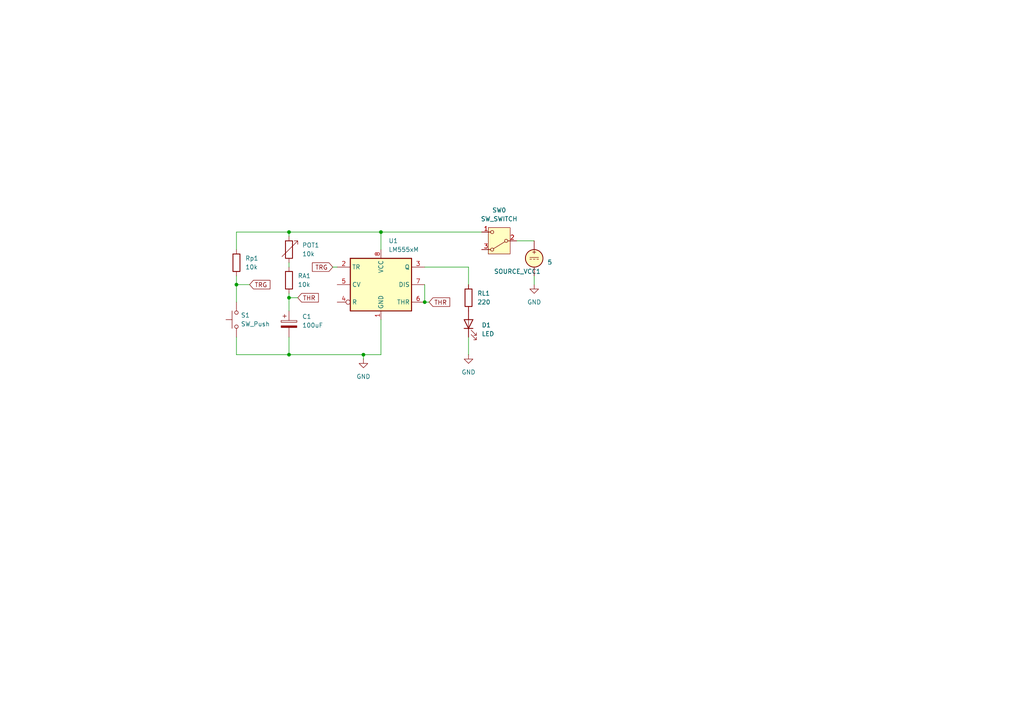
<source format=kicad_sch>
(kicad_sch (version 20250114) (generator "eeschema") (generator_version "9.0")
  (paper "A4")
  (lib_symbols
    (symbol "Device:C_Polarized" (pin_numbers (hide yes)) (pin_names (offset 0.254))
      (property "Reference" "C" (at 0.635 2.54 0))
      (property "Value" "C_Polarized" (at 0.635 -2.54 0))
      (symbol "C_Polarized_0_1"
        (rectangle (start -2.286 0.508) (end 2.286 1.016))
        (polyline (pts (xy -1.778 2.286) (xy -0.762 2.286)))
        (polyline (pts (xy -1.27 2.794) (xy -1.27 1.778)))
        (rectangle (start 2.286 -0.508) (end -2.286 -1.016) (fill (type outline)))
      )
      (symbol "C_Polarized_1_1"
        (pin passive line (at 0 3.81 270) (length 2.794) (name "~") (number "1"))
        (pin passive line (at 0 -3.81 90) (length 2.794) (name "~") (number "2"))
      )
    )
    (symbol "Device:LED" (pin_numbers (hide yes)) (pin_names (offset 1.016) (hide yes))
      (property "Reference" "D" (at 0 2.54 0))
      (property "Value" "LED" (at 0 -2.54 0))
      (symbol "LED_0_1"
        (polyline (pts (xy -3.048 -0.762) (xy -4.572 -2.286) (xy -3.81 -2.286) (xy -4.572 -2.286) (xy -4.572 -1.524)))
        (polyline (pts (xy -1.778 -0.762) (xy -3.302 -2.286) (xy -2.54 -2.286) (xy -3.302 -2.286) (xy -3.302 -1.524)))
        (polyline (pts (xy -1.27 0) (xy 1.27 0)))
        (polyline (pts (xy -1.27 -1.27) (xy -1.27 1.27)) (stroke (width 0.254)))
        (polyline (pts (xy 1.27 -1.27) (xy 1.27 1.27) (xy -1.27 0) (xy 1.27 -1.27)) (stroke (width 0.254)))
      )
      (symbol "LED_1_1"
        (pin passive line (at -3.81 0 0) (length 2.54) (name "K") (number "1"))
        (pin passive line (at 3.81 0 180) (length 2.54) (name "A") (number "2"))
      )
    )
    (symbol "Device:R" (pin_numbers (hide yes)) (pin_names (offset 0))
      (property "Reference" "R" (at 2.032 0 90))
      (property "Value" "R" (at 0 0 90))
      (symbol "R_0_1"
        (rectangle (start -1.016 -2.54) (end 1.016 2.54) (stroke (width 0.254)))
      )
      (symbol "R_1_1"
        (pin passive line (at 0 3.81 270) (length 1.27) (name "~") (number "1"))
        (pin passive line (at 0 -3.81 90) (length 1.27) (name "~") (number "2"))
      )
    )
    (symbol "Device:R_Variable" (pin_numbers (hide yes)) (pin_names (offset 0))
      (property "Reference" "R" (at 2.54 -2.54 90))
      (property "Value" "R_Variable" (at -2.54 -1.27 90))
      (symbol "R_Variable_0_1"
        (rectangle (start -1.016 -2.54) (end 1.016 2.54) (stroke (width 0.254)))
        (polyline (pts (xy 2.54 1.524) (xy 2.54 2.54) (xy 1.524 2.54) (xy 2.54 2.54) (xy -2.032 -2.032)))
      )
      (symbol "R_Variable_1_1"
        (pin passive line (at 0 3.81 270) (length 1.27) (name "~") (number "1"))
        (pin passive line (at 0 -3.81 90) (length 1.27) (name "~") (number "2"))
      )
    )
    (symbol "Simulation_SPICE:VDC" (pin_numbers (hide yes)) (pin_names (offset 0.0254))
      (property "Reference" "V" (at 2.54 2.54 0))
      (property "Value" "1" (at 2.54 0 0))
      (symbol "VDC_0_0"
        (polyline (pts (xy -1.27 0.254) (xy 1.27 0.254)))
        (polyline (pts (xy -0.762 -0.254) (xy -1.27 -0.254)))
        (polyline (pts (xy 0.254 -0.254) (xy -0.254 -0.254)))
        (polyline (pts (xy 1.27 -0.254) (xy 0.762 -0.254)))
        (text "+" (at 0 1.905 0) (effects (font (size 1.27 1.27))))
      )
      (symbol "VDC_0_1"
        (circle (center 0 0) (radius 2.54) (stroke (width 0.254)) (fill (type background)))
      )
      (symbol "VDC_1_1"
        (pin passive line (at 0 5.08 270) (length 2.54) (name "~") (number "1"))
        (pin passive line (at 0 -5.08 90) (length 2.54) (name "~") (number "2"))
      )
    )
    (symbol "Switch:SW_Push" (pin_numbers (hide yes)) (pin_names (offset 1.016) (hide yes))
      (property "Reference" "SW" (at 1.27 2.54 0))
      (property "Value" "SW_Push" (at 0 -1.524 0))
      (symbol "SW_Push_0_1"
        (circle (center -2.032 0) (radius 0.508))
        (polyline (pts (xy 0 1.27) (xy 0 3.048)))
        (circle (center 2.032 0) (radius 0.508))
        (polyline (pts (xy 2.54 1.27) (xy -2.54 1.27)))
        (pin passive line (at -5.08 0 0) (length 2.54) (name "1") (number "1"))
        (pin passive line (at 5.08 0 180) (length 2.54) (name "2") (number "2"))
      )
    )
    (symbol "Switch:SW_SPDT_321" (pin_names (offset 1) (hide yes))
      (property "Reference" "SW" (at 0 5.08 0))
      (property "Value" "SW_SPDT_321" (at 0 -5.08 0))
      (symbol "SW_SPDT_321_0_1"
        (circle (center -2.032 0) (radius 0.4572))
        (polyline (pts (xy -1.651 0.254) (xy 1.651 2.286)))
        (circle (center 2.032 2.54) (radius 0.4572))
        (circle (center 2.032 -2.54) (radius 0.4572))
      )
      (symbol "SW_SPDT_321_1_1"
        (rectangle (start -3.175 3.81) (end 3.175 -3.81) (fill (type background)))
        (pin passive line (at -5.08 0 0) (length 2.54) (name "B") (number "2"))
        (pin passive line (at 5.08 2.54 180) (length 2.54) (name "A") (number "3"))
        (pin passive line (at 5.08 -2.54 180) (length 2.54) (name "C") (number "1"))
      )
    )
    (symbol "Timer:LM555xM"
      (property "Reference" "U" (at -10.16 8.89 0))
      (property "Value" "LM555xM" (at 2.54 8.89 0))
      (symbol "LM555xM_0_0"
        (pin power_in line (at 0 10.16 270) (length 2.54) (name "VCC") (number "8"))
        (pin power_in line (at 0 -10.16 90) (length 2.54) (name "GND") (number "1"))
      )
      (symbol "LM555xM_0_1"
        (rectangle (start -8.89 -7.62) (end 8.89 7.62) (stroke (width 0.254)) (fill (type background)))
        (rectangle (start -8.89 -7.62) (end 8.89 7.62) (stroke (width 0.254)) (fill (type background)))
      )
      (symbol "LM555xM_1_1"
        (pin input line (at -12.7 5.08 0) (length 3.81) (name "TR") (number "2"))
        (pin input line (at -12.7 0 0) (length 3.81) (name "CV") (number "5"))
        (pin input inverted (at -12.7 -5.08 0) (length 3.81) (name "R") (number "4"))
        (pin output line (at 12.7 5.08 180) (length 3.81) (name "Q") (number "3"))
        (pin input line (at 12.7 0 180) (length 3.81) (name "DIS") (number "7"))
        (pin input line (at 12.7 -5.08 180) (length 3.81) (name "THR") (number "6"))
      )
    )
    (symbol "power:GND" (power) (pin_numbers (hide yes)) (pin_names (offset 0) (hide yes))
      (property "Value" "GND" (at 0 -3.81 0))
      (symbol "GND_0_1"
        (polyline (pts (xy 0 0) (xy 0 -1.27) (xy 1.27 -1.27) (xy 0 -2.54) (xy -1.27 -1.27) (xy 0 -1.27)))
      )
      (symbol "GND_1_1"
        (pin power_in line (at 0 0 270) (length 0) (name "~") (number "1"))
      )
    )
  )
  (junction (at 110.49 67.31))
  (junction (at 83.82 102.87))
  (junction (at 68.58 82.55))
  (junction (at 83.82 86.36))
  (junction (at 123.19 87.63))
  (junction (at 83.82 67.31))
  (junction (at 105.41 102.87))
  (wire (pts (xy 86.36 86.36) (xy 83.82 86.36)))
  (wire (pts (xy 105.41 104.14) (xy 105.41 102.87)))
  (wire (pts (xy 110.49 67.31) (xy 139.7 67.31)))
  (wire (pts (xy 83.82 67.31) (xy 83.82 68.58)))
  (wire (pts (xy 83.82 97.79) (xy 83.82 102.87)))
  (wire (pts (xy 72.39 82.55) (xy 68.58 82.55)))
  (wire (pts (xy 123.19 87.63) (xy 124.46 87.63)))
  (wire (pts (xy 135.89 97.79) (xy 135.89 102.87)))
  (wire (pts (xy 68.58 80.01) (xy 68.58 82.55)))
  (wire (pts (xy 68.58 67.31) (xy 83.82 67.31)))
  (wire (pts (xy 83.82 102.87) (xy 105.41 102.87)))
  (wire (pts (xy 83.82 86.36) (xy 83.82 90.17)))
  (wire (pts (xy 68.58 97.79) (xy 68.58 102.87)))
  (wire (pts (xy 105.41 102.87) (xy 110.49 102.87)))
  (wire (pts (xy 154.94 80.01) (xy 154.94 82.55)))
  (wire (pts (xy 83.82 76.2) (xy 83.82 77.47)))
  (wire (pts (xy 68.58 82.55) (xy 68.58 87.63)))
  (wire (pts (xy 83.82 67.31) (xy 110.49 67.31)))
  (wire (pts (xy 68.58 72.39) (xy 68.58 67.31)))
  (wire (pts (xy 83.82 86.36) (xy 83.82 85.09)))
  (wire (pts (xy 110.49 92.71) (xy 110.49 102.87)))
  (wire (pts (xy 110.49 67.31) (xy 110.49 72.39)))
  (wire (pts (xy 123.19 77.47) (xy 135.89 77.47)))
  (wire (pts (xy 97.79 77.47) (xy 96.52 77.47)))
  (wire (pts (xy 123.19 82.55) (xy 123.19 87.63)))
  (wire (pts (xy 68.58 102.87) (xy 83.82 102.87)))
  (wire (pts (xy 149.86 69.85) (xy 154.94 69.85)))
  (wire (pts (xy 135.89 82.55) (xy 135.89 77.47)))
  (global_label "THR" (shape input) (at 86.36 86.36 0) (property "Intersheetrefs" "${INTERSHEET_REFS}" (effects (hide yes))))
  (global_label "THR" (shape input) (at 124.46 87.63 0) (property "Intersheetrefs" "${INTERSHEET_REFS}" (effects (hide yes))))
  (global_label "TRG" (shape input) (at 96.52 77.47 180) (property "Intersheetrefs" "${INTERSHEET_REFS}" (effects (hide yes))))
  (global_label "TRG" (shape input) (at 72.39 82.55 0) (property "Intersheetrefs" "${INTERSHEET_REFS}" (effects (hide yes))))
  (symbol (lib_id "Device:R_Variable") (at 83.82 72.39 0) (unit 1)
    (property "Reference" "POT1" (at 87.63 71.1199 0) (effects (justify left)))
    (property "Value" "10k" (at 87.63 73.6599 0) (effects (justify left)))
    (property "Description" "Variable resistor" (effects (hide yes)))
  )
  (symbol (lib_id "Timer:LM555xM") (at 110.49 82.55 0) (unit 1)
    (property "Reference" "U1" (at 112.6841 69.85 0) (effects (justify left)))
    (property "Value" "LM555xM" (at 112.6841 72.39 0) (effects (justify left)))
    (property "Footprint" "Package_DIP:DIP-8_W7.62mm_Socket_LongPads" (effects (hide yes)))
    (property "Datasheet" "http://www.ti.com/lit/ds/symlink/lm555.pdf" (effects (hide yes)))
    (property "Description" "Timer, 555 compatible, SOIC-8" (effects (hide yes)))
  )
  (symbol (lib_id "Device:LED") (at 135.89 93.98 90) (unit 1)
    (property "Reference" "D1" (at 139.7 94.2974 90) (effects (justify right)))
    (property "Value" "LED" (at 139.7 96.8374 90) (effects (justify right)))
    (property "Footprint" "LED_THT:LED_D5.0mm" (effects (hide yes)))
    (property "Description" "Light emitting diode" (effects (hide yes)))
    (property "Sim.Pins" "1=K 2=A" (effects (hide yes)))
  )
  (symbol (lib_id "Switch:SW_SPDT_321") (at 144.78 69.85 180) (unit 1)
    (property "Reference" "SW0" (at 144.78 60.96 0))
    (property "Value" "SW_SWITCH" (at 144.78 63.5 0))
    (property "Footprint" "TerminalBlock:TerminalBlock_MaiXu_MX126-5.0-03P_1x03_P5.00mm" (effects (hide yes)))
    (property "Description" "Switch, single pole double throw" (effects (hide yes)))
  )
  (symbol (lib_id "Device:C_Polarized") (at 83.82 93.98 0) (unit 1)
    (property "Reference" "C1" (at 87.63 91.8209 0) (effects (justify left)))
    (property "Value" "100uF" (at 87.63 94.3609 0) (effects (justify left)))
    (property "Footprint" "Capacitor_THT:CP_Radial_D10.0mm_P7.50mm" (effects (hide yes)))
    (property "Description" "Polarized capacitor" (effects (hide yes)))
  )
  (symbol (lib_id "Device:R") (at 83.82 81.28 0) (unit 1)
    (property "Reference" "RA1" (at 86.36 80.0099 0) (effects (justify left)))
    (property "Value" "10k" (at 86.36 82.5499 0) (effects (justify left)))
    (property "Footprint" "Resistor_THT:R_Axial_DIN0207_L6.3mm_D2.5mm_P7.62mm_Horizontal" (effects (hide yes)))
    (property "Description" "Resistor" (effects (hide yes)))
  )
  (symbol (lib_id "power:GND") (at 154.94 82.55 0) (unit 1)
    (property "Reference" "#PWR02" (effects (hide yes)))
    (property "Value" "GND" (at 154.94 87.63 0))
    (property "Description" "Power symbol creates a global label with name \"GND\" , ground" (effects (hide yes)))
  )
  (symbol (lib_id "Switch:SW_Push") (at 68.58 92.71 90) (unit 1)
    (property "Reference" "S1" (at 69.85 91.4399 90) (effects (justify right)))
    (property "Value" "SW_Push" (at 69.85 93.9799 90) (effects (justify right)))
    (property "Footprint" "Button_Switch_THT:SW_PUSH_6mm_H5mm" (effects (hide yes)))
    (property "Description" "Push button switch, generic, two pins" (effects (hide yes)))
  )
  (symbol (lib_id "power:GND") (at 135.89 102.87 0) (unit 1)
    (property "Reference" "#PWR03" (effects (hide yes)))
    (property "Value" "GND" (at 135.89 107.95 0))
    (property "Description" "Power symbol creates a global label with name \"GND\" , ground" (effects (hide yes)))
  )
  (symbol (lib_id "power:GND") (at 105.41 104.14 0) (unit 1)
    (property "Reference" "#PWR01" (effects (hide yes)))
    (property "Value" "GND" (at 105.41 109.22 0))
    (property "Description" "Power symbol creates a global label with name \"GND\" , ground" (effects (hide yes)))
  )
  (symbol (lib_id "Simulation_SPICE:VDC") (at 154.94 74.93 0) (unit 1)
    (property "Reference" "SOURCE_VCC1" (at 143.256 78.74 0) (effects (justify left)))
    (property "Value" "5" (at 158.75 76.0701 0) (effects (justify left)))
    (property "Footprint" "Connector_AMASS:AMASS_XT30U-M_1x02_P5.0mm_Vertical" (effects (hide yes)))
    (property "Datasheet" "https://ngspice.sourceforge.io/docs/ngspice-html-manual/manual.xhtml#sec_Independent_Sources_for" (effects (hide yes)))
    (property "Description" "Voltage source, DC" (effects (hide yes)))
    (property "Sim.Pins" "1=+ 2=-" (effects (hide yes)))
    (property "Sim.Type" "DC" (effects (hide yes)))
    (property "Sim.Device" "V" (effects (hide yes)))
  )
  (symbol (lib_id "Device:R") (at 135.89 86.36 0) (unit 1)
    (property "Reference" "RL1" (at 138.43 85.0899 0) (effects (justify left)))
    (property "Value" "220" (at 138.43 87.6299 0) (effects (justify left)))
    (property "Footprint" "Resistor_THT:R_Axial_DIN0207_L6.3mm_D2.5mm_P7.62mm_Horizontal" (effects (hide yes)))
    (property "Description" "Resistor" (effects (hide yes)))
  )
  (symbol (lib_id "Device:R") (at 68.58 76.2 0) (unit 1)
    (property "Reference" "Rp1" (at 71.12 74.9299 0) (effects (justify left)))
    (property "Value" "10k" (at 71.12 77.4699 0) (effects (justify left)))
    (property "Footprint" "Resistor_THT:R_Axial_DIN0207_L6.3mm_D2.5mm_P7.62mm_Horizontal" (effects (hide yes)))
    (property "Description" "Resistor" (effects (hide yes)))
  )
)
</source>
